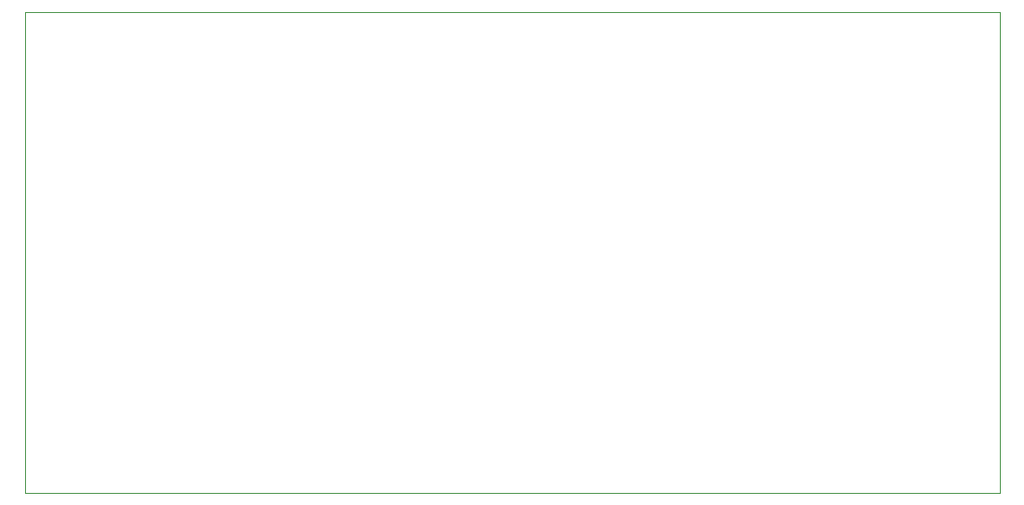
<source format=gbr>
G04 #@! TF.GenerationSoftware,KiCad,Pcbnew,(5.1.4-0-10_14)*
G04 #@! TF.CreationDate,2020-03-14T09:23:35+01:00*
G04 #@! TF.ProjectId,ArtnetNode,4172746e-6574-44e6-9f64-652e6b696361,rev?*
G04 #@! TF.SameCoordinates,Original*
G04 #@! TF.FileFunction,Profile,NP*
%FSLAX46Y46*%
G04 Gerber Fmt 4.6, Leading zero omitted, Abs format (unit mm)*
G04 Created by KiCad (PCBNEW (5.1.4-0-10_14)) date 2020-03-14 09:23:35*
%MOMM*%
%LPD*%
G04 APERTURE LIST*
%ADD10C,0.050000*%
G04 APERTURE END LIST*
D10*
X141800000Y-124100000D02*
X230700000Y-124100000D01*
X230700000Y-80300000D02*
X230700000Y-124100000D01*
X141800000Y-80300000D02*
X230700000Y-80300000D01*
X141800000Y-80300000D02*
X141800000Y-124100000D01*
M02*

</source>
